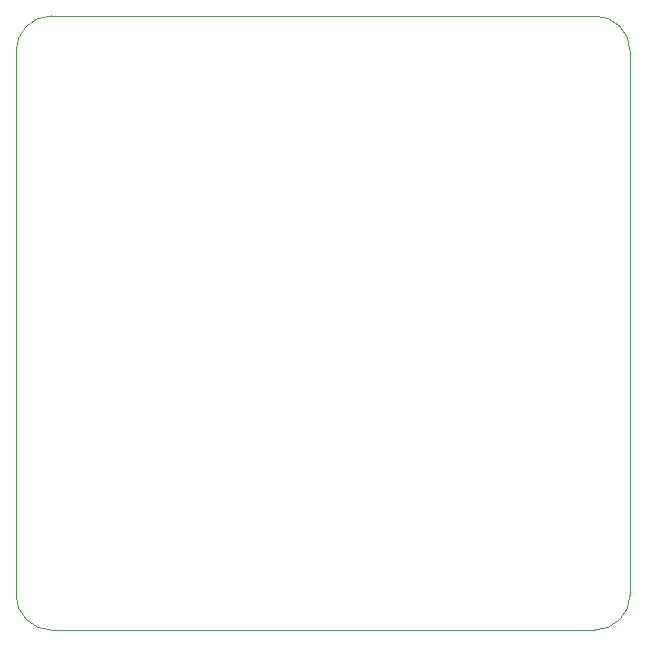
<source format=gbr>
G04 #@! TF.GenerationSoftware,KiCad,Pcbnew,(6.0.9)*
G04 #@! TF.CreationDate,2024-07-14T21:11:06-07:00*
G04 #@! TF.ProjectId,AccArray_PICO,41636341-7272-4617-995f-5049434f2e6b,rev?*
G04 #@! TF.SameCoordinates,Original*
G04 #@! TF.FileFunction,Profile,NP*
%FSLAX46Y46*%
G04 Gerber Fmt 4.6, Leading zero omitted, Abs format (unit mm)*
G04 Created by KiCad (PCBNEW (6.0.9)) date 2024-07-14 21:11:06*
%MOMM*%
%LPD*%
G01*
G04 APERTURE LIST*
G04 #@! TA.AperFunction,Profile*
%ADD10C,0.100000*%
G04 #@! TD*
G04 APERTURE END LIST*
D10*
X129000000Y-119000000D02*
X175000000Y-119000000D01*
X129000000Y-67000000D02*
X175000000Y-67000000D01*
X126000000Y-116000000D02*
X126000000Y-70000000D01*
X178000000Y-116000000D02*
X178000000Y-70000000D01*
X175000000Y-119000000D02*
G75*
G03*
X178000000Y-116000000I-1J3000001D01*
G01*
X126000000Y-116000000D02*
G75*
G03*
X129000000Y-119000000I3000001J1D01*
G01*
X129000000Y-67000000D02*
G75*
G03*
X126000000Y-70000000I1J-3000001D01*
G01*
X178000000Y-70000000D02*
G75*
G03*
X175000000Y-67000000I-3000000J0D01*
G01*
M02*

</source>
